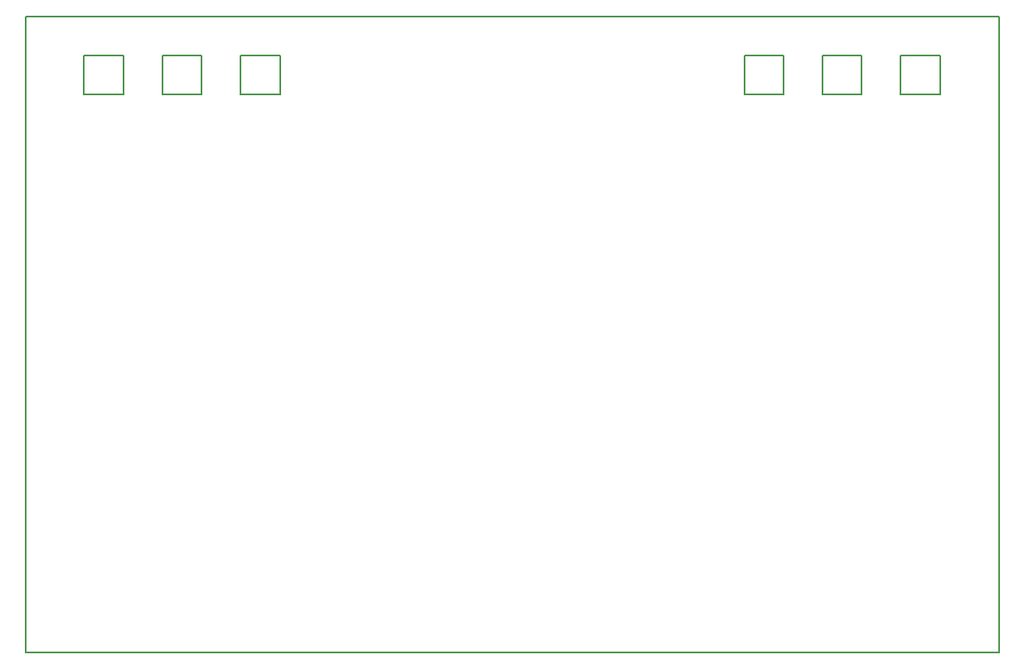
<source format=gbr>
G04 #@! TF.GenerationSoftware,KiCad,Pcbnew,5.0.2-bee76a0~70~ubuntu18.04.1*
G04 #@! TF.CreationDate,2018-12-10T16:15:13+09:00*
G04 #@! TF.ProjectId,2019_01,32303139-5f30-4312-9e6b-696361645f70,rev?*
G04 #@! TF.SameCoordinates,Original*
G04 #@! TF.FileFunction,Profile,NP*
%FSLAX46Y46*%
G04 Gerber Fmt 4.6, Leading zero omitted, Abs format (unit mm)*
G04 Created by KiCad (PCBNEW 5.0.2-bee76a0~70~ubuntu18.04.1) date 2018年12月10日 16時15分13秒*
%MOMM*%
%LPD*%
G01*
G04 APERTURE LIST*
%ADD10C,0.200000*%
G04 #@! TA.AperFunction,NonConductor*
%ADD11C,0.150000*%
G04 #@! TD*
G04 APERTURE END LIST*
D10*
X236265360Y-39945560D02*
X136865360Y-39945560D01*
X236265360Y-104945560D02*
X236265360Y-39945560D01*
X136865360Y-104945560D02*
X236265360Y-104945560D01*
X136865360Y-39945560D02*
X136865360Y-104945560D01*
D11*
G04 #@! TO.C,REF1*
X158865000Y-43945600D02*
X158865000Y-47945600D01*
X158865000Y-47945600D02*
X162865000Y-47945600D01*
X162865000Y-47945600D02*
X162865000Y-43945600D01*
X162865000Y-43945600D02*
X158865000Y-43945600D01*
X142865000Y-43945600D02*
X142865000Y-47945600D01*
X142865000Y-47945600D02*
X146865000Y-47945600D01*
X146865000Y-47945600D02*
X146865000Y-43945600D01*
X146865000Y-43945600D02*
X142865000Y-43945600D01*
X150865000Y-43945600D02*
X150865000Y-47945600D01*
X150865000Y-47945600D02*
X154865000Y-47945600D01*
X154865000Y-47945600D02*
X154865000Y-43945600D01*
X154865000Y-43945600D02*
X150865000Y-43945600D01*
G04 #@! TO.C,REF2*
X226265000Y-43945600D02*
X226265000Y-47945600D01*
X226265000Y-47945600D02*
X230265000Y-47945600D01*
X230265000Y-47945600D02*
X230265000Y-43945600D01*
X230265000Y-43945600D02*
X226265000Y-43945600D01*
X210265000Y-43945600D02*
X210265000Y-47945600D01*
X210265000Y-47945600D02*
X214265000Y-47945600D01*
X214265000Y-47945600D02*
X214265000Y-43945600D01*
X214265000Y-43945600D02*
X210265000Y-43945600D01*
X218265000Y-43945600D02*
X218265000Y-47945600D01*
X218265000Y-47945600D02*
X222265000Y-47945600D01*
X222265000Y-47945600D02*
X222265000Y-43945600D01*
X222265000Y-43945600D02*
X218265000Y-43945600D01*
G04 #@! TD*
M02*

</source>
